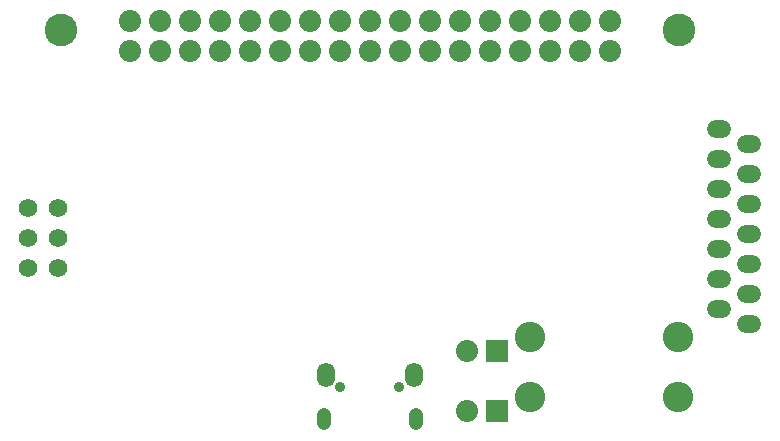
<source format=gbs>
G04*
G04 #@! TF.GenerationSoftware,Altium Limited,Altium Designer,21.0.9 (235)*
G04*
G04 Layer_Color=16711935*
%FSLAX25Y25*%
%MOIN*%
G70*
G04*
G04 #@! TF.SameCoordinates,8AC589B9-6688-4F47-92C6-F359AE6F8F2F*
G04*
G04*
G04 #@! TF.FilePolarity,Negative*
G04*
G01*
G75*
%ADD66R,0.07386X0.07386*%
%ADD67C,0.07386*%
%ADD68O,0.08173X0.05811*%
%ADD69C,0.10142*%
%ADD70C,0.10890*%
%ADD71O,0.06008X0.08173*%
%ADD72O,0.04827X0.07386*%
%ADD73C,0.03449*%
%ADD87C,0.06205*%
D66*
X176500Y30000D02*
D03*
Y10000D02*
D03*
D67*
X166500Y30000D02*
D03*
Y10000D02*
D03*
X54100Y129732D02*
D03*
Y139732D02*
D03*
X64100Y129732D02*
D03*
Y139732D02*
D03*
X74100Y129732D02*
D03*
Y139732D02*
D03*
X84100Y129732D02*
D03*
Y139732D02*
D03*
X94100Y129732D02*
D03*
Y139732D02*
D03*
X104100Y129732D02*
D03*
Y139732D02*
D03*
X114100Y129732D02*
D03*
Y139732D02*
D03*
X124100Y129732D02*
D03*
Y139732D02*
D03*
X134100Y129732D02*
D03*
Y139732D02*
D03*
X144100Y129732D02*
D03*
Y139732D02*
D03*
X154100Y129732D02*
D03*
Y139732D02*
D03*
X164100Y129732D02*
D03*
Y139732D02*
D03*
X174100Y129732D02*
D03*
Y139732D02*
D03*
X184100Y129732D02*
D03*
Y139732D02*
D03*
X194100Y129732D02*
D03*
Y139732D02*
D03*
X204100Y129732D02*
D03*
Y139732D02*
D03*
X214100Y129732D02*
D03*
Y139732D02*
D03*
D68*
X250500Y54000D02*
D03*
X260500Y39000D02*
D03*
X250500Y44000D02*
D03*
X260500Y49000D02*
D03*
X250500Y94000D02*
D03*
X260500Y99000D02*
D03*
Y59000D02*
D03*
X250500Y64000D02*
D03*
X260500Y69000D02*
D03*
X250500Y74000D02*
D03*
X260500Y79000D02*
D03*
X250500Y84000D02*
D03*
X260500Y89000D02*
D03*
X250500Y104000D02*
D03*
D69*
X187394Y34343D02*
D03*
X236606D02*
D03*
X187394Y14658D02*
D03*
X236606D02*
D03*
D70*
X237092Y136819D02*
D03*
X31108D02*
D03*
D71*
X119353Y22000D02*
D03*
X148684D02*
D03*
D72*
X118762Y7039D02*
D03*
X149274D02*
D03*
D73*
X124176Y17866D02*
D03*
X143861D02*
D03*
D87*
X20000Y57452D02*
D03*
Y67452D02*
D03*
Y77452D02*
D03*
X30000Y57452D02*
D03*
Y67452D02*
D03*
Y77452D02*
D03*
M02*

</source>
